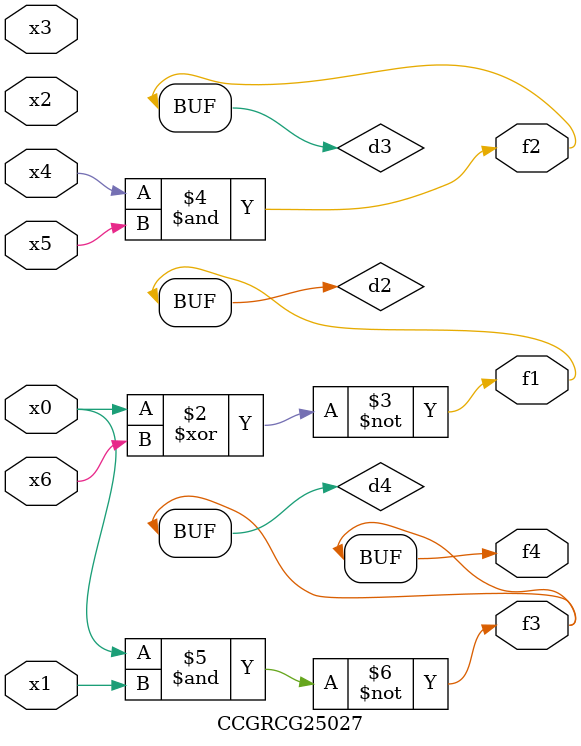
<source format=v>
module CCGRCG25027(
	input x0, x1, x2, x3, x4, x5, x6,
	output f1, f2, f3, f4
);

	wire d1, d2, d3, d4;

	nor (d1, x0);
	xnor (d2, x0, x6);
	and (d3, x4, x5);
	nand (d4, x0, x1);
	assign f1 = d2;
	assign f2 = d3;
	assign f3 = d4;
	assign f4 = d4;
endmodule

</source>
